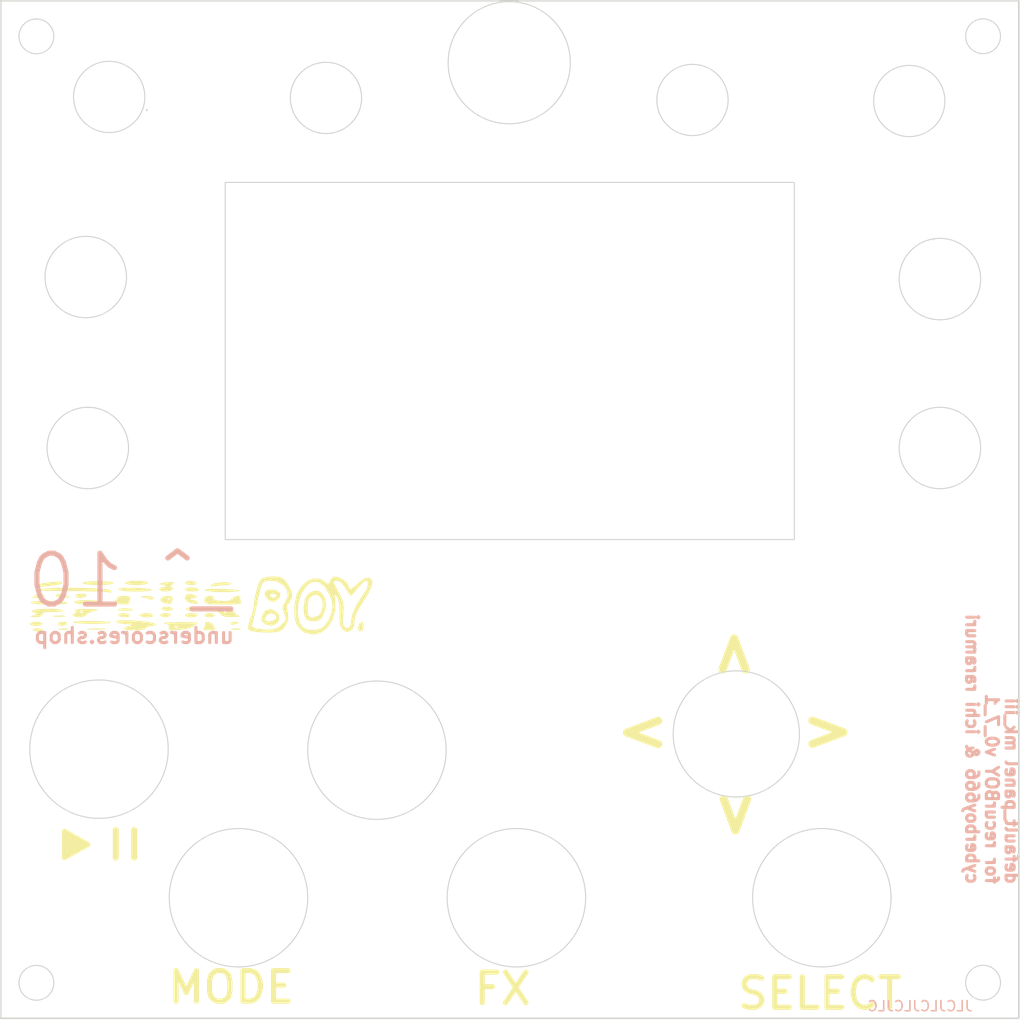
<source format=kicad_pcb>
(kicad_pcb (version 20211014) (generator pcbnew)
  (layers (0 "F.Cu" signal) (31 "B.Cu" signal) (34 "B.Paste" user) (35 "F.Paste" user) (36 "B.SilkS" user "B.Silkscreen") (37 "F.SilkS" user "F.Silkscreen") (38 "B.Mask" user) (39 "F.Mask" user) (44 "Edge.Cuts" user))
  (net 0 "")
  (footprint "custom_new:logo" (layer "F.Cu") (at 101.85 104.5)
    (fp_text reference "G***" hide)
    (fp_text value "LOGO" hide)
    (fp_poly (pts (xy -5.450337 0.48858) (xy -5.185833 0.635) (xy -5.275258 0.77903) (xy -5.706475 0.845104) (xy -5.808341 0.846666) (xy -6.302949 0.794322) (xy -6.553891 0.665346) (xy -6.561666 0.635) (xy -6.378025 0.485245) (xy -5.939158 0.423333) (xy -5.450337 0.48858)) (layer "F.SilkS") (width 0.01) (fill solid))
    (fp_poly (pts (xy -7.506992 1.139078) (xy -6.729435 1.186909) (xy -5.979922 1.265199) (xy -5.370247 1.366685) (xy -5.012202 1.4841) (xy -4.98475 1.504794) (xy -4.999688 1.643532) (xy -5.355167 1.693333) (xy -5.772771 1.760872) (xy -5.926666 1.905) (xy -6.118412 2.019141) (xy -6.61461 2.095991) (xy -7.133167 2.116666) (xy -7.799087 2.087361) (xy -8.132252 2.006157) (xy -8.138583 1.922923) (xy -7.786563 1.737489) (xy -7.408333 1.634248) (xy -7.275818 1.575944) (xy -7.522856 1.529488) (xy -7.884583 1.510491) (xy -8.484445 1.449359) (xy -8.840722 1.325706) (xy -8.89 1.250998) (xy -8.699068 1.163858) (xy -8.200801 1.128972) (xy -7.506992 1.139078)) (layer "F.SilkS") (width 0.01) (fill solid))
    (fp_poly (pts (xy -1.799152 1.323103) (xy -1.177429 1.347549) (xy -0.85316 1.387497) (xy -0.846666 1.424282) (xy -1.215553 1.658052) (xy -1.303435 1.758958) (xy -1.576326 1.892676) (xy -2.133245 2.012327) (xy -2.629879 2.071223) (xy -3.302003 2.111136) (xy -3.637451 2.074977) (xy -3.718865 1.944841) (xy -3.691059 1.841334) (xy -3.699222 1.763888) (xy -3.104444 1.763888) (xy -3.075389 1.889724) (xy -2.963333 1.905) (xy -2.789108 1.827554) (xy -2.822222 1.763888) (xy -3.073421 1.738556) (xy -3.104444 1.763888) (xy -3.699222 1.763888) (xy -3.718931 1.576908) (xy -4.102486 1.433076) (xy -4.163782 1.423212) (xy -4.222687 1.385243) (xy -3.916908 1.352254) (xy -3.305096 1.328294) (xy -2.645833 1.318424) (xy -1.799152 1.323103)) (layer "F.SilkS") (width 0.01) (fill solid))
    (fp_poly (pts (xy -11.841033 -1.424342) (xy -11.743325 -1.277262) (xy -11.7475 -1.27) (xy -12.039268 -1.106153) (xy -12.394992 -1.058334) (xy -12.786763 -1.132383) (xy -12.911666 -1.27) (xy -12.727454 -1.417507) (xy -12.282406 -1.481584) (xy -12.264175 -1.481667) (xy -11.841033 -1.424342)) (layer "F.SilkS") (width 0.01) (fill solid))
    (fp_poly (pts (xy 1.283957 -0.053851) (xy 1.955396 0.027142) (xy 2.484498 0.145653) (xy 2.743515 0.290118) (xy 2.751667 0.320839) (xy 2.931554 0.577953) (xy 3.227917 0.697286) (xy 3.311151 0.751611) (xy 3.032217 0.796888) (xy 2.615563 0.817841) (xy 1.891822 0.794482) (xy 1.505514 0.663648) (xy 1.405123 0.529166) (xy 1.128194 0.3175) (xy 1.693334 0.3175) (xy 1.799167 0.423333) (xy 1.905 0.3175) (xy 1.799167 0.211666) (xy 1.693334 0.3175) (xy 1.128194 0.3175) (xy 1.094217 0.291531) (xy 0.398871 0.211678) (xy 0.387643 0.211666) (xy -0.109039 0.177932) (xy -0.326541 0.092699) (xy -0.306916 0.043934) (xy 0.025054 -0.05702) (xy 0.597928 -0.085761) (xy 1.283957 -0.053851)) (layer "F.SilkS") (width 0.01) (fill solid))
    (fp_poly (pts (xy 3.336218 1.971234) (xy 3.385697 2.028449) (xy 3.081732 2.060553) (xy 2.8575 2.063287) (xy 2.44759 2.042447) (xy 2.3854 1.99464) (xy 2.489551 1.966963) (xy 3.041077 1.932884) (xy 3.336218 1.971234)) (layer "F.SilkS") (width 0.01) (fill solid))
    (fp_poly (pts (xy 6.787249 0.219113) (xy 7.136889 0.605698) (xy 7.149496 1.106673) (xy 6.942667 1.439333) (xy 6.435322 1.678166) (xy 5.834534 1.545247) (xy 5.633971 1.420144) (xy 5.391451 1.163733) (xy 5.398328 1.066904) (xy 5.731922 1.066904) (xy 5.905726 1.236073) (xy 6.297084 1.231142) (xy 6.742075 1.077834) (xy 6.879167 0.849565) (xy 6.713761 0.5603) (xy 6.350947 0.453997) (xy 5.990831 0.568035) (xy 5.902355 0.66709) (xy 5.731922 1.066904) (xy 5.398328 1.066904) (xy 5.415023 0.831865) (xy 5.521657 0.573478) (xy 5.853981 0.11172) (xy 6.301309 0.029214) (xy 6.787249 0.219113)) (layer "F.SilkS") (width 0.01) (fill solid))
    (fp_poly (pts (xy -14.801956 0.022159) (xy -14.274685 0.080875) (xy -14.056615 0.164508) (xy -14.059427 0.185121) (xy -14.321505 0.284937) (xy -14.850456 0.32204) (xy -15.130253 0.313601) (xy -15.760099 0.315609) (xy -16.048236 0.430992) (xy -16.086666 0.551813) (xy -16.278956 0.774783) (xy -16.774583 0.825567) (xy -17.215248 0.803164) (xy -17.261761 0.752357) (xy -16.943251 0.638178) (xy -16.933333 0.635) (xy -16.632244 0.506135) (xy -16.748846 0.446161) (xy -16.774583 0.444432) (xy -17.089242 0.326179) (xy -17.145 0.211666) (xy -16.947887 0.105234) (xy -16.413742 0.030976) (xy -15.628351 0.000243) (xy -15.545008 0) (xy -14.801956 0.022159)) (layer "F.SilkS") (width 0.01) (fill solid))
    (fp_poly (pts (xy -14.958324 -0.747649) (xy -14.263359 -0.697866) (xy -13.768381 -0.621927) (xy -13.609279 -0.556502) (xy -13.744967 -0.498906) (xy -14.218959 -0.453849) (xy -14.946274 -0.42755) (xy -15.428881 -0.423334) (xy -16.398758 -0.44435) (xy -17.01882 -0.504953) (xy -17.257166 -0.601474) (xy -17.252065 -0.633008) (xy -17.000149 -0.713955) (xy -16.45102 -0.758304) (xy -15.728978 -0.768665) (xy -14.958324 -0.747649)) (layer "F.SilkS") (width 0.01) (fill solid))
    (fp_poly (pts (xy 15.416534 1.43594) (xy 15.440837 1.792666) (xy 15.337354 2.128532) (xy 15.254626 2.21346) (xy 14.981129 2.191733) (xy 14.936439 2.13922) (xy 14.897837 1.797744) (xy 15.038245 1.43212) (xy 15.262646 1.27) (xy 15.416534 1.43594)) (layer "F.SilkS") (width 0.01) (fill solid))
    (fp_poly (pts (xy -1.128562 -1.332662) (xy -0.8981 -1.210952) (xy -1.031386 -1.108651) (xy -1.27 -1.036261) (xy -1.624478 -0.927752) (xy -1.583128 -0.883635) (xy -1.322916 -0.867766) (xy -0.950755 -0.771307) (xy -0.846666 -0.635) (xy -0.965552 -0.451722) (xy -1.005416 -0.452159) (xy -1.322151 -0.511767) (xy -1.640416 -0.572714) (xy -2.037866 -0.807582) (xy -2.116666 -1.073055) (xy -1.969297 -1.414828) (xy -1.527255 -1.45273) (xy -1.128562 -1.332662)) (layer "F.SilkS") (width 0.01) (fill solid))
    (fp_poly (pts (xy -5.348323 -1.21481) (xy -5.172216 -1.095625) (xy -5.185833 -1.058334) (xy -5.336805 -0.875114) (xy -5.357075 -0.87171) (xy -5.56702 -0.935441) (xy -6.017804 -1.054591) (xy -6.0325 -1.058334) (xy -6.421237 -1.163863) (xy -6.448518 -1.214112) (xy -6.088153 -1.237626) (xy -5.861258 -1.244957) (xy -5.348323 -1.21481)) (layer "F.SilkS") (width 0.01) (fill solid))
    (fp_poly (pts (xy -16.275812 1.33131) (xy -16.086715 1.479033) (xy -16.086666 1.481666) (xy -16.270598 1.630284) (xy -16.713766 1.693317) (xy -16.721666 1.693333) (xy -17.167521 1.632022) (xy -17.356618 1.4843) (xy -17.356666 1.481666) (xy -17.172735 1.333048) (xy -16.729567 1.270016) (xy -16.721666 1.27) (xy -16.275812 1.33131)) (layer "F.SilkS") (width 0.01) (fill solid))
    (fp_poly (pts (xy -3.480143 -0.133623) (xy -3.280833 0) (xy -3.363545 0.149907) (xy -3.775357 0.211564) (xy -3.797508 0.211666) (xy -4.248733 0.151447) (xy -4.444745 0.00596) (xy -4.445 0) (xy -4.264248 -0.160498) (xy -3.928325 -0.211667) (xy -3.480143 -0.133623)) (layer "F.SilkS") (width 0.01) (fill solid))
    (fp_poly (pts (xy -7.632301 -1.234186) (xy -7.461671 -1.098005) (xy -7.491521 -0.935189) (xy -7.603591 -0.597769) (xy -7.62 -0.511855) (xy -7.795277 -0.425965) (xy -8.198993 -0.422601) (xy -8.647971 -0.48537) (xy -8.959038 -0.597876) (xy -8.995833 -0.635) (xy -8.972028 -0.829734) (xy -8.89 -0.846667) (xy -8.751969 -0.975605) (xy -8.784166 -1.058334) (xy -8.693424 -1.201221) (xy -8.258541 -1.26798) (xy -8.139012 -1.27) (xy -7.632301 -1.234186)) (layer "F.SilkS") (width 0.01) (fill solid))
    (fp_poly (pts (xy 3.096222 1.304143) (xy 3.175 1.351146) (xy 3.000475 1.462333) (xy 2.751667 1.542996) (xy 2.414147 1.554867) (xy 2.328334 1.46185) (xy 2.50579 1.305918) (xy 2.751667 1.27) (xy 3.096222 1.304143)) (layer "F.SilkS") (width 0.01) (fill solid))
    (fp_poly (pts (xy -7.713476 0.501377) (xy -7.514166 0.635) (xy -7.596878 0.784907) (xy -8.00869 0.846564) (xy -8.030841 0.846666) (xy -8.482066 0.786447) (xy -8.678078 0.64096) (xy -8.678333 0.635) (xy -8.497582 0.474502) (xy -8.161658 0.423333) (xy -7.713476 0.501377)) (layer "F.SilkS") (width 0.01) (fill solid))
    (fp_poly (pts (xy -9.930193 -2.695273) (xy -9.368976 -2.633618) (xy -9.108604 -2.543914) (xy -9.101666 -2.525498) (xy -9.291265 -2.425117) (xy -9.774858 -2.361017) (xy -10.424642 -2.333461) (xy -11.112813 -2.342706) (xy -11.711568 -2.389015) (xy -12.093104 -2.472647) (xy -12.158023 -2.519273) (xy -12.023401 -2.612128) (xy -11.55385 -2.681334) (xy -10.837608 -2.715049) (xy -10.688848 -2.716437) (xy -9.930193 -2.695273)) (layer "F.SilkS") (width 0.01) (fill solid))
    (fp_poly (pts (xy 3.328581 -1.210215) (xy 3.317948 -1.130726) (xy 3.312012 -0.876212) (xy 3.414421 -0.707392) (xy 3.459786 -0.57182) (xy 3.28292 -0.486234) (xy 2.822662 -0.440386) (xy 2.017848 -0.424026) (xy 1.719251 -0.423334) (xy 0.806869 -0.43023) (xy 0.237688 -0.462621) (xy -0.068351 -0.538057) (xy -0.191304 -0.674092) (xy -0.211666 -0.846667) (xy -0.102002 -1.16607) (xy 0.294306 -1.266065) (xy 0.370417 -1.266759) (xy 0.73542 -1.224516) (xy 0.693869 -1.100179) (xy 0.671225 -1.085201) (xy 0.646053 -0.94441) (xy 1.043454 -0.821637) (xy 1.306225 -0.779555) (xy 1.983218 -0.740324) (xy 2.370813 -0.871749) (xy 2.457502 -0.961113) (xy 2.85634 -1.229834) (xy 3.074863 -1.27) (xy 3.328581 -1.210215)) (layer "F.SilkS") (width 0.01) (fill solid))
    (fp_poly (pts (xy -0.817083 -0.149225) (xy -0.635 0) (xy -0.821293 0.138973) (xy -1.280321 0.209481) (xy -1.388325 0.211666) (xy -1.869946 0.161529) (xy -2.023132 0.028893) (xy -2.010833 0) (xy -1.724693 -0.152499) (xy -1.257508 -0.211667) (xy -0.817083 -0.149225)) (layer "F.SilkS") (width 0.01) (fill solid))
    (fp_poly (pts (xy -10.976838 1.201644) (xy -10.251318 1.228347) (xy -9.681586 1.276027) (xy -9.383311 1.343768) (xy -9.371822 1.352621) (xy -9.509142 1.408606) (xy -9.984293 1.452337) (xy -10.711817 1.477726) (xy -11.183055 1.481666) (xy -12.030435 1.465627) (xy -12.69019 1.422613) (xy -13.068743 1.36028) (xy -13.123395 1.322916) (xy -12.931423 1.256553) (xy -12.43256 1.214831) (xy -11.742475 1.196833) (xy -10.976838 1.201644)) (layer "F.SilkS") (width 0.01) (fill solid))
    (fp_poly (pts (xy 0.715288 0.495789) (xy 0.846667 0.635) (xy 0.665527 0.794114) (xy 0.3175 0.846666) (xy -0.080287 0.77421) (xy -0.211666 0.635) (xy -0.030526 0.475885) (xy 0.3175 0.423333) (xy 0.715288 0.495789)) (layer "F.SilkS") (width 0.01) (fill solid))
    (fp_poly (pts (xy -3.16948 -2.569254) (xy -3.304778 -2.379749) (xy -3.392796 -2.320066) (xy -3.57299 -2.158683) (xy -3.427091 -2.119908) (xy -3.251726 -1.998876) (xy -3.280833 -1.905) (xy -3.566974 -1.752502) (xy -4.034158 -1.693334) (xy -4.474583 -1.755776) (xy -4.656666 -1.905) (xy -4.47673 -2.078377) (xy -4.180416 -2.137766) (xy -3.86717 -2.162643) (xy -3.938884 -2.222707) (xy -4.233333 -2.311946) (xy -4.550031 -2.418009) (xy -4.521067 -2.488933) (xy -4.112106 -2.568729) (xy -4.021666 -2.583259) (xy -3.415976 -2.640244) (xy -3.16948 -2.569254)) (layer "F.SilkS") (width 0.01) (fill solid))
    (fp_poly (pts (xy -6.241629 -2.716871) (xy -5.818775 -2.627111) (xy -5.715 -2.54) (xy -5.90638 -2.424085) (xy -6.400061 -2.347202) (xy -6.879166 -2.328334) (xy -7.516704 -2.36313) (xy -7.939558 -2.45289) (xy -8.043333 -2.54) (xy -7.851953 -2.655916) (xy -7.358272 -2.732799) (xy -6.879166 -2.751667) (xy -6.241629 -2.716871)) (layer "F.SilkS") (width 0.01) (fill solid))
    (fp_poly (pts (xy 2.127538 -2.601318) (xy 2.423584 -2.508352) (xy 2.379556 -2.391088) (xy 1.998342 -2.331174) (xy 1.858812 -2.328334) (xy 1.248521 -2.293887) (xy 0.78679 -2.209943) (xy 0.758145 -2.199855) (xy 0.475336 -2.190242) (xy 0.423334 -2.283455) (xy 0.608562 -2.434762) (xy 1.059293 -2.549975) (xy 1.618095 -2.611394) (xy 2.127538 -2.601318)) (layer "F.SilkS") (width 0.01) (fill solid))
    (fp_poly (pts (xy -13.914173 0.697667) (xy -13.829 0.747243) (xy -14.106324 0.779196) (xy -14.499166 0.786127) (xy -14.979423 0.770287) (xy -15.119895 0.732358) (xy -14.972506 0.694778) (xy -14.346525 0.659958) (xy -13.914173 0.697667)) (layer "F.SilkS") (width 0.01) (fill solid))
    (fp_poly (pts (xy 11.038826 -1.732903) (xy 11.312815 -1.568614) (xy 11.69243 -0.978521) (xy 11.737616 -0.250973) (xy 11.593307 0.339831) (xy 11.359246 0.892371) (xy 11.056561 1.15003) (xy 10.688125 1.226625) (xy 10.146421 1.189868) (xy 9.788542 1.025541) (xy 9.596954 0.58459) (xy 9.559022 -0.098387) (xy 9.948334 -0.098387) (xy 9.970981 0.486746) (xy 10.080734 0.762857) (xy 10.340312 0.843555) (xy 10.470053 0.846666) (xy 10.977947 0.685556) (xy 11.210886 0.437248) (xy 11.423967 -0.213782) (xy 11.391116 -0.794768) (xy 11.156551 -1.213895) (xy 10.764489 -1.379349) (xy 10.385197 -1.277242) (xy 10.094551 -1.014496) (xy 9.967052 -0.553669) (xy 9.948334 -0.098387) (xy 9.559022 -0.098387) (xy 9.558333 -0.110783) (xy 9.677995 -0.918245) (xy 9.711198 -1.044803) (xy 10.013502 -1.494589) (xy 10.511655 -1.742143) (xy 11.038826 -1.732903)) (layer "F.SilkS") (width 0.01) (fill solid))
    (fp_poly (pts (xy -13.597115 1.971234) (xy -13.547636 2.028449) (xy -13.851602 2.060553) (xy -14.075833 2.063287) (xy -14.485743 2.042447) (xy -14.547933 1.99464) (xy -14.443782 1.966963) (xy -13.892257 1.932884) (xy -13.597115 1.971234)) (layer "F.SilkS") (width 0.01) (fill solid))
    (fp_poly (pts (xy -15.998659 -1.371568) (xy -15.875 -1.27414) (xy -16.059687 -1.12576) (xy -16.507991 -1.058666) (xy -16.545278 -1.058334) (xy -16.969036 -1.089028) (xy -17.107683 -1.163886) (xy -17.100415 -1.173475) (xy -16.795986 -1.320154) (xy -16.366259 -1.391317) (xy -15.998659 -1.371568)) (layer "F.SilkS") (width 0.01) (fill solid))
    (fp_poly (pts (xy -3.591408 0.479696) (xy -3.486884 0.624925) (xy -3.4925 0.635) (xy -3.791927 0.814663) (xy -4.021666 0.846666) (xy -4.421653 0.746564) (xy -4.550833 0.635) (xy -4.467278 0.485837) (xy -4.052958 0.423529) (xy -4.021666 0.423333) (xy -3.591408 0.479696)) (layer "F.SilkS") (width 0.01) (fill solid))
    (fp_poly (pts (xy -12.644411 -2.048484) (xy -11.597632 -2.022084) (xy -10.657107 -1.979454) (xy -9.913207 -1.922481) (xy -9.456301 -1.853052) (xy -9.363101 -1.813657) (xy -9.340512 -1.596372) (xy -9.348611 -1.5875) (xy -9.564853 -1.592816) (xy -9.575342 -1.602564) (xy -9.816132 -1.642335) (xy -10.41028 -1.678434) (xy -11.287811 -1.708402) (xy -12.378752 -1.729778) (xy -13.473536 -1.739589) (xy -14.789872 -1.748712) (xy -15.714052 -1.76478) (xy -16.277231 -1.79035) (xy -16.510564 -1.827979) (xy -16.445205 -1.880225) (xy -16.11231 -1.949643) (xy -16.086666 -1.954042) (xy -15.518572 -2.011433) (xy -14.695251 -2.045045) (xy -13.707074 -2.056766) (xy -12.644411 -2.048484)) (layer "F.SilkS") (width 0.01) (fill solid))
    (fp_poly (pts (xy -14.210802 -1.437694) (xy -13.6525 -1.27) (xy -13.453779 -1.151785) (xy -13.60486 -1.092633) (xy -14.022916 -1.073211) (xy -14.532944 -1.113451) (xy -14.80351 -1.23188) (xy -14.816666 -1.27) (xy -14.644021 -1.438905) (xy -14.210802 -1.437694)) (layer "F.SilkS") (width 0.01) (fill solid))
    (fp_poly (pts (xy -3.39167 -1.217346) (xy -3.295127 -1.002362) (xy -3.325336 -0.846667) (xy -3.469304 -0.517545) (xy -3.570103 -0.452159) (xy -3.865429 -0.511741) (xy -4.168713 -0.57118) (xy -4.501967 -0.742186) (xy -4.503989 -0.9525) (xy -3.81 -0.9525) (xy -3.704166 -0.846667) (xy -3.598333 -0.9525) (xy -3.704166 -1.058334) (xy -3.81 -0.9525) (xy -4.503989 -0.9525) (xy -4.504301 -0.984943) (xy -4.229734 -1.195038) (xy -3.80717 -1.27) (xy -3.39167 -1.217346)) (layer "F.SilkS") (width 0.01) (fill solid))
    (fp_poly (pts (xy -10.00125 1.962474) (xy -9.81508 2.000333) (xy -10.00805 2.029145) (xy -10.535987 2.044287) (xy -10.795 2.045503) (xy -11.430988 2.03631) (xy -11.747653 2.011811) (xy -11.700824 1.976628) (xy -11.58875 1.962474) (xy -10.793956 1.928224) (xy -10.00125 1.962474)) (layer "F.SilkS") (width 0.01) (fill solid))
    (fp_poly (pts (xy -16.188091 1.980744) (xy -15.981704 2.115257) (xy -16.055147 2.256906) (xy -16.409451 2.279358) (xy -16.862012 2.188968) (xy -17.068563 2.069101) (xy -16.969078 1.947547) (xy -16.640817 1.905) (xy -16.188091 1.980744)) (layer "F.SilkS") (width 0.01) (fill solid))
    (fp_poly (pts (xy -1.035812 0.484643) (xy -0.846715 0.632366) (xy -0.846666 0.635) (xy -1.030598 0.783618) (xy -1.473766 0.84665) (xy -1.481666 0.846666) (xy -1.927521 0.785356) (xy -2.116618 0.637633) (xy -2.116666 0.635) (xy -1.932735 0.486381) (xy -1.489567 0.423349) (xy -1.481666 0.423333) (xy -1.035812 0.484643)) (layer "F.SilkS") (width 0.01) (fill solid))
    (fp_poly (pts (xy 0.587431 1.452735) (xy 0.832814 1.887827) (xy 0.846667 2.028145) (xy 0.661804 2.089395) (xy 0.21406 2.116585) (xy 0.185749 2.116666) (xy -0.244931 2.082709) (xy -0.319678 1.952337) (xy -0.23942 1.832608) (xy -0.105147 1.523963) (xy -0.142947 1.409274) (xy -0.084906 1.299707) (xy 0.153743 1.27) (xy 0.587431 1.452735)) (layer "F.SilkS") (width 0.01) (fill solid))
    (fp_poly (pts (xy -11.7475 0.024907) (xy -11.017535 0.040839) (xy -10.674021 0.071666) (xy -10.68011 0.126832) (xy -10.998956 0.215783) (xy -11.000975 0.216258) (xy -11.510036 0.389886) (xy -11.798344 0.589885) (xy -11.812364 0.617925) (xy -12.03867 0.77659) (xy -12.455985 0.840801) (xy -12.876987 0.808119) (xy -13.114349 0.676103) (xy -13.123333 0.635) (xy -12.955904 0.436148) (xy -12.85875 0.420092) (xy -12.748563 0.346915) (xy -12.826579 0.282222) (xy -12.417778 0.282222) (xy -12.388722 0.408057) (xy -12.276666 0.423333) (xy -12.102441 0.345887) (xy -12.135555 0.282222) (xy -12.386754 0.256889) (xy -12.417778 0.282222) (xy -12.826579 0.282222) (xy -12.911666 0.211666) (xy -12.941421 0.099809) (xy -12.590581 0.038264) (xy -11.839826 0.023932) (xy -11.7475 0.024907)) (layer "F.SilkS") (width 0.01) (fill solid))
    (fp_poly (pts (xy -1.005337 -2.05142) (xy -0.740833 -1.905) (xy -0.830258 -1.76097) (xy -1.261475 -1.694896) (xy -1.363341 -1.693334) (xy -1.857949 -1.745678) (xy -2.108891 -1.874654) (xy -2.116666 -1.905) (xy -1.933025 -2.054755) (xy -1.494158 -2.116667) (xy -1.005337 -2.05142)) (layer "F.SilkS") (width 0.01) (fill solid))
    (fp_poly (pts (xy -10.935118 -0.82159) (xy -10.562063 -0.757676) (xy -10.565176 -0.647465) (xy -10.583333 -0.635) (xy -10.990433 -0.503438) (xy -11.595561 -0.439124) (xy -12.241286 -0.442059) (xy -12.770176 -0.512242) (xy -13.0175 -0.635) (xy -12.900106 -0.753824) (xy -12.399287 -0.824951) (xy -11.707075 -0.843426) (xy -10.935118 -0.82159)) (layer "F.SilkS") (width 0.01) (fill solid))
    (fp_poly (pts (xy -13.703214 1.33719) (xy -13.6525 1.481666) (xy -13.951049 1.65948) (xy -14.194158 1.693333) (xy -14.531269 1.602285) (xy -14.605 1.481666) (xy -14.423485 1.323901) (xy -14.063341 1.27) (xy -13.703214 1.33719)) (layer "F.SilkS") (width 0.01) (fill solid))
    (fp_poly (pts (xy -1.15181 -2.673623) (xy -0.9525 -2.54) (xy -1.035211 -2.390093) (xy -1.447023 -2.328436) (xy -1.469175 -2.328334) (xy -1.920399 -2.388553) (xy -2.116411 -2.53404) (xy -2.116666 -2.54) (xy -1.935915 -2.700498) (xy -1.599992 -2.751667) (xy -1.15181 -2.673623)) (layer "F.SilkS") (width 0.01) (fill solid))
    (fp_poly (pts (xy -7.698858 -0.043096) (xy -7.313053 0.03253) (xy -7.196666 0.130508) (xy -7.385305 0.17697) (xy -7.859671 0.197836) (xy -8.09625 0.196789) (xy -8.60971 0.166303) (xy -8.720692 0.094082) (xy -8.587046 0.02181) (xy -8.183575 -0.051365) (xy -7.698858 -0.043096)) (layer "F.SilkS") (width 0.01) (fill solid))
    (fp_poly (pts (xy -14.199305 -2.619232) (xy -14.169335 -2.502754) (xy -14.409104 -2.402858) (xy -14.977213 -2.302238) (xy -15.504583 -2.23377) (xy -16.212826 -2.179943) (xy -16.636322 -2.216083) (xy -16.721666 -2.286892) (xy -16.533767 -2.393782) (xy -16.064079 -2.503283) (xy -15.453613 -2.596815) (xy -14.843384 -2.655801) (xy -14.374405 -2.661659) (xy -14.199305 -2.619232)) (layer "F.SilkS") (width 0.01) (fill solid))
    (fp_poly (pts (xy -6.985521 -2.065257) (xy -6.018435 -2.008487) (xy -5.470659 -1.925871) (xy -5.34222 -1.835453) (xy -5.633142 -1.755277) (xy -6.343451 -1.703388) (xy -6.985 -1.693334) (xy -7.831189 -1.718328) (xy -8.419772 -1.786855) (xy -8.673829 -1.889232) (xy -8.678333 -1.906507) (xy -8.477844 -2.010893) (xy -7.916662 -2.066403) (xy -7.055218 -2.067369) (xy -6.985521 -2.065257)) (layer "F.SilkS") (width 0.01) (fill solid))
    (fp_poly (pts (xy 13.138804 -3.04619) (xy 13.625781 -2.737139) (xy 13.933127 -2.36392) (xy 13.97 -2.210498) (xy 14.034215 -1.951432) (xy 14.256623 -1.980559) (xy 14.681871 -2.314143) (xy 14.951388 -2.568) (xy 15.525906 -2.999449) (xy 15.97293 -3.090941) (xy 16.242086 -2.845254) (xy 16.297829 -2.493727) (xy 16.182181 -2.081164) (xy 15.879359 -1.462253) (xy 15.454712 -0.770412) (xy 15.451162 -0.765182) (xy 15.021793 -0.078596) (xy 14.706505 0.528504) (xy 14.572947 0.925708) (xy 14.57276 0.928152) (xy 14.535615 1.440739) (xy 14.518766 1.670944) (xy 14.3374 2.019448) (xy 14.131644 2.196523) (xy 13.765047 2.300713) (xy 13.395177 2.055891) (xy 13.169864 1.70452) (xy 13.076832 1.167233) (xy 13.083644 0.471979) (xy 13.059572 -0.479743) (xy 12.883481 -1.089396) (xy 12.847635 -1.143926) (xy 12.652277 -1.379129) (xy 12.600979 -1.290271) (xy 12.649849 -0.880741) (xy 12.655476 0.186505) (xy 12.38234 1.139094) (xy 11.879235 1.899791) (xy 11.194954 2.391361) (xy 10.48879 2.54) (xy 9.685143 2.374996) (xy 9.197879 2.020454) (xy 8.83591 1.506911) (xy 8.656808 0.821211) (xy 8.651064 0.493335) (xy 8.97294 0.493335) (xy 9.144811 1.307904) (xy 9.446876 1.796637) (xy 9.987795 2.072293) (xy 10.678756 2.096227) (xy 11.338776 1.880596) (xy 11.637062 1.649512) (xy 11.986248 1.125146) (xy 12.265296 0.459828) (xy 12.289127 0.377058) (xy 12.394615 -0.235476) (xy 12.311111 -0.799273) (xy 12.093729 -1.360185) (xy 11.586599 -2.196491) (xy 11.014208 -2.623414) (xy 10.418541 -2.641091) (xy 9.841586 -2.249664) (xy 9.325331 -1.449269) (xy 9.280485 -1.350872) (xy 9.015719 -0.43919) (xy 8.97294 0.493335) (xy 8.651064 0.493335) (xy 8.640056 -0.13498) (xy 8.666586 -0.52577) (xy 8.879026 -1.440665) (xy 9.307565 -2.189716) (xy 9.881705 -2.72192) (xy 10.530952 -2.986274) (xy 11.184808 -2.931773) (xy 11.621781 -2.66383) (xy 11.918926 -2.434581) (xy 12.058387 -2.527433) (xy 12.093466 -2.642587) (xy 12.525168 -2.642587) (xy 12.602606 -2.37902) (xy 12.863974 -1.863019) (xy 13.033823 -1.545784) (xy 13.367949 -0.827804) (xy 13.490358 -0.221249) (xy 13.448947 0.483179) (xy 13.38956 1.264429) (xy 13.475677 1.710657) (xy 13.728226 1.891429) (xy 13.876659 1.905) (xy 14.118384 1.720164) (xy 14.181667 1.369034) (xy 14.327043 0.562477) (xy 14.71359 -0.355023) (xy 15.266932 -1.212195) (xy 15.342938 -1.305161) (xy 15.688235 -1.828188) (xy 15.861976 -2.31752) (xy 15.838333 -2.659744) (xy 15.672357 -2.751667) (xy 15.428294 -2.599518) (xy 15.050259 -2.216001) (xy 14.878607 -2.01084) (xy 14.500339 -1.564879) (xy 14.233065 -1.300885) (xy 14.176884 -1.270007) (xy 14.016733 -1.43763) (xy 13.753496 -1.855364) (xy 13.667303 -2.010834) (xy 13.297427 -2.518493) (xy 12.923046 -2.748001) (xy 12.878336 -2.751667) (xy 12.620723 -2.738532) (xy 12.525168 -2.642587) (xy 12.093466 -2.642587) (xy 12.124118 -2.743205) (xy 12.381061 -3.095107) (xy 12.633087 -3.175) (xy 13.138804 -3.04619)) (layer "F.SilkS") (width 0.01) (fill solid))
    (fp_poly (pts (xy 1.916963 -1.934389) (xy 2.625776 -1.891693) (xy 3.17075 -1.828421) (xy 3.175 -1.827685) (xy 3.289007 -1.772038) (xy 3.073049 -1.71781) (xy 2.620454 -1.672228) (xy 2.024551 -1.64252) (xy 1.378668 -1.635911) (xy 0.899584 -1.651479) (xy 0.278598 -1.713803) (xy -0.124735 -1.805276) (xy -0.211666 -1.870065) (xy -0.020002 -1.924347) (xy 0.476824 -1.952183) (xy 1.161563 -1.955042) (xy 1.916963 -1.934389)) (layer "F.SilkS") (width 0.01) (fill solid))
    (fp_poly (pts (xy 7.169767 -3.135309) (xy 7.563334 -2.967646) (xy 7.895336 -2.578174) (xy 7.990417 -2.434516) (xy 8.371192 -1.710207) (xy 8.429456 -1.152509) (xy 8.172496 -0.662618) (xy 8.125096 -0.608402) (xy 7.904036 -0.227926) (xy 7.953178 0.245938) (xy 8.000948 0.392731) (xy 8.044044 1.110773) (xy 7.718316 1.790601) (xy 7.314769 2.166342) (xy 6.939079 2.280885) (xy 6.323833 2.333808) (xy 5.601081 2.330496) (xy 4.902872 2.276335) (xy 4.361254 2.176711) (xy 4.108274 2.037009) (xy 4.107693 2.035541) (xy 4.111426 1.755017) (xy 4.510716 1.755017) (xy 4.769852 1.917987) (xy 5.00659 1.963081) (xy 5.916232 2.065161) (xy 6.546288 2.032043) (xy 7.024226 1.844804) (xy 7.329128 1.618286) (xy 7.703075 1.252973) (xy 7.791141 0.941935) (xy 7.645132 0.484141) (xy 7.630515 0.448717) (xy 7.467455 -0.051216) (xy 7.526132 -0.379704) (xy 7.697916 -0.604153) (xy 7.994736 -1.184401) (xy 7.936248 -1.7767) (xy 7.578521 -2.293194) (xy 6.977624 -2.646031) (xy 6.327367 -2.751667) (xy 5.944606 -2.745129) (xy 5.681148 -2.67712) (xy 5.493111 -2.475053) (xy 5.336611 -2.06634) (xy 5.167766 -1.37839) (xy 4.983764 -0.529167) (xy 4.805202 0.280661) (xy 4.643734 0.978529) (xy 4.534487 1.412713) (xy 4.510716 1.755017) (xy 4.111426 1.755017) (xy 4.112623 1.665115) (xy 4.264577 1.108842) (xy 4.326002 0.951358) (xy 4.543655 0.29819) (xy 4.653469 -0.290256) (xy 4.656667 -0.371709) (xy 4.72427 -0.974695) (xy 4.893794 -1.716245) (xy 5.115306 -2.414748) (xy 5.338876 -2.888591) (xy 5.354644 -2.910417) (xy 5.672931 -3.068852) (xy 6.244008 -3.161879) (xy 6.534668 -3.17238) (xy 7.169767 -3.135309)) (layer "F.SilkS") (width 0.01) (fill solid))
    (fp_poly (pts (xy 6.921599 -1.797749) (xy 7.239851 -1.523871) (xy 7.220237 -1.155186) (xy 7.083021 -0.974926) (xy 6.728073 -0.689997) (xy 6.400265 -0.701308) (xy 6.085417 -0.863621) (xy 5.775772 -1.230922) (xy 5.766683 -1.27) (xy 6.244167 -1.27) (xy 6.50504 -1.066585) (xy 6.561667 -1.058334) (xy 6.835782 -1.211578) (xy 6.879167 -1.27) (xy 6.812688 -1.435071) (xy 6.561667 -1.481667) (xy 6.261209 -1.402113) (xy 6.244167 -1.27) (xy 5.766683 -1.27) (xy 5.715 -1.492185) (xy 5.825055 -1.800613) (xy 6.222026 -1.903157) (xy 6.324083 -1.905) (xy 6.921599 -1.797749)) (layer "F.SilkS") (width 0.01) (fill solid))
  )
  (gr_line (start 94.75 126.25) (end 94.75 128.95) (layer "F.SilkS") (width 0.6))
  (gr_line (start 92.95 126.25) (end 92.95 128.95) (layer "F.SilkS") (width 0.6))
  (gr_circle (center 105 132.9) (end 111.8 132.9) (layer "Edge.Cuts") (width 0.1) (fill none))
  (gr_circle (center 131.596765 50.838475) (end 137.596765 50.838475) (layer "Edge.Cuts") (width 0.1) (fill none))
  (gr_circle (center 91.3 118.3) (end 98.1 118.3) (layer "Edge.Cuts") (width 0.1) (fill none))
  (gr_circle (center 118.6 118.4) (end 125.4 118.4) (layer "Edge.Cuts") (width 0.1) (fill none))
  (gr_line (start 181.65 144.75) (end 81.65 144.75) (layer "Edge.Cuts") (width 0.15))
  (gr_circle (center 173.2 68.2) (end 173.2 68.2) (layer "Edge.Cuts") (width 0.1) (fill none))
  (gr_circle (center 162.3 132.9) (end 169.1 132.9) (layer "Edge.Cuts") (width 0.1) (fill none))
  (gr_circle (center 96 55.5) (end 96 55.5) (layer "Edge.Cuts") (width 0.1) (fill none))
  (gr_circle (center 178.138276 48.238276) (end 179.838276 48.038276) (layer "Edge.Cuts") (width 0.1) (fill none))
  (gr_circle (center 90.2 88.7) (end 94.2 88.7) (layer "Edge.Cuts") (width 0.1) (fill none))
  (gr_circle (center 92.3 54.2) (end 95.8 54.2) (layer "Edge.Cuts") (width 0.1) (fill none))
  (gr_circle (center 170.889752 54.6) (end 174.389752 54.6) (layer "Edge.Cuts") (width 0.1) (fill none))
  (gr_circle (center 90 71.9) (end 94 71.9) (layer "Edge.Cuts") (width 0.1) (fill none))
  (gr_circle (center 113.594876 54.3) (end 117.094876 54.3) (layer "Edge.Cuts") (width 0.1) (fill none))
  (gr_circle (center 85.15 141.261724) (end 86.85 141.061724) (layer "Edge.Cuts") (width 0.1) (fill none))
  (gr_circle (center 149.594876 54.5) (end 153.094876 54.5) (layer "Edge.Cuts") (width 0.1) (fill none))
  (gr_line (start 81.65 44.75) (end 181.65 44.75) (layer "Edge.Cuts") (width 0.15))
  (gr_rect (start 103.7 62.6) (end 159.6 97.7) (layer "Edge.Cuts") (width 0.1) (fill none))
  (gr_circle (center 153.9 116.8) (end 160.1 116.8) (layer "Edge.Cuts") (width 0.1) (fill none))
  (gr_circle (center 173.9 88.7) (end 177.9 88.7) (layer "Edge.Cuts") (width 0.1) (fill none))
  (gr_circle (center 132.3 132.9) (end 139.1 132.9) (layer "Edge.Cuts") (width 0.1) (fill none))
  (gr_circle (center 173.9 72.1) (end 177.9 72.1) (layer "Edge.Cuts") (width 0.1) (fill none))
  (gr_circle (center 85.15 48.25) (end 86.85 48.05) (layer "Edge.Cuts") (width 0.1) (fill none))
  (gr_line (start 181.65 44.75) (end 181.65 144.75) (layer "Edge.Cuts") (width 0.15))
  (gr_circle (center 178.138276 141.25) (end 179.838276 141.05) (layer "Edge.Cuts") (width 0.1) (fill none))
  (gr_line (start 81.65 144.75) (end 81.65 44.75) (layer "Edge.Cuts") (width 0.15))
  (gr_text "JLCJLCJLCJLC" (at 171.95 143.55) (layer "B.SilkS") (effects (font (size 1 1)) (justify mirror)))
  (gr_text "underscores.shop" (at 94.75 107.15) (layer "B.SilkS") (effects (font (size 1.5 1.5) (thickness 0.3)) (justify mirror)))
  (gr_text "_^ 10" (at 94.25 101.75) (layer "B.SilkS") (effects (font (size 5 5) (thickness 0.5)) (justify mirror)))
  (gr_text "default_panel mk_iii\nfor recurBOY v0_7_1\ncyberboy666 & ichi raramuri" (at 179 131.7 270) (layer "B.SilkS") (effects (font (size 1.2 1.2) (thickness 0.3)) (justify left mirror)))
  (gr_text ">" (at 162.9 116.35) (layer "F.SilkS") (effects (font (size 4 4) (thickness 0.8))))
  (gr_text " ▶ " (at 89.05 127.45) (layer "F.SilkS") (effects (font (size 3 3) (thickness 0.5))))
  (gr_text "MODE" (at 104.3 141.7) (layer "F.SilkS") (effects (font (size 3 3) (thickness 0.5))))
  (gr_text ">" (at 153.4 108.95 90) (layer "F.SilkS") (effects (font (size 4 4) (thickness 0.8))))
  (gr_text "SELECT" (at 162.1 142.3) (layer "F.SilkS") (effects (font (size 3 3) (thickness 0.5))))
  (gr_text "FX" (at 130.95 141.85) (layer "F.SilkS") (effects (font (size 3 3) (thickness 0.5))))
  (gr_text ">" (at 154.1 124.75 270) (layer "F.SilkS") (effects (font (size 4 4) (thickness 0.8))))
  (gr_text ">" (at 144.7 116.95 180) (layer "F.SilkS") (effects (font (size 4 4) (thickness 0.8))))
)
</source>
